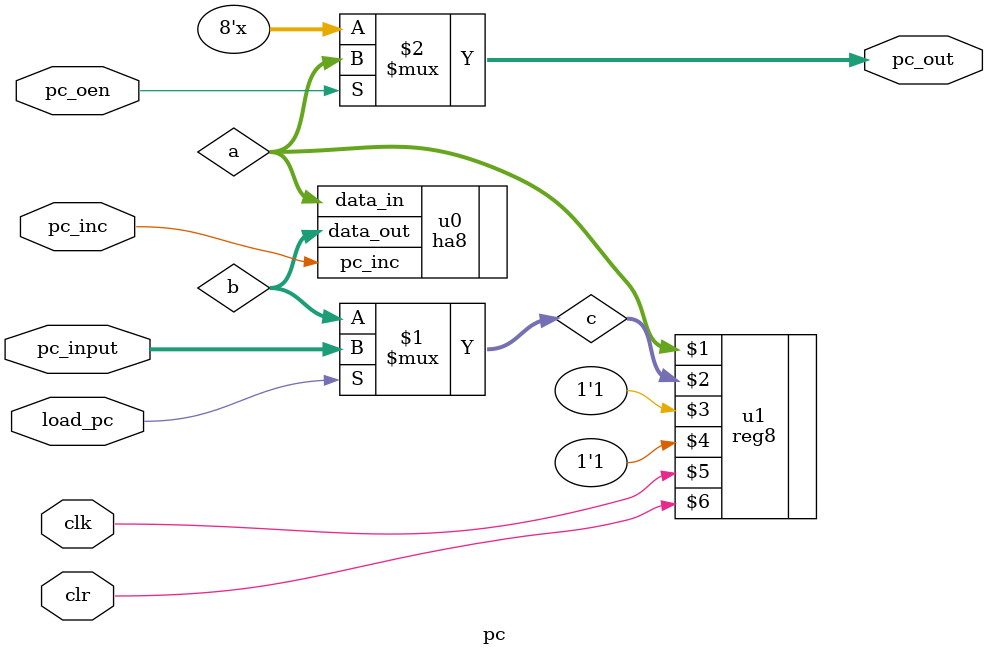
<source format=v>
module pc(clk, clr, pc_inc, load_pc, pc_oen, pc_input, pc_out);
    input clk, clr, pc_inc, load_pc, pc_oen;
    input [7:0] pc_input;
    output [7:0] pc_out;
    wire [7:0] a;
    wire [7:0] b;
    wire [7:0] c;
//ha8(data_in, data_out, pc_inc)
    ha8 u0(.data_in(a), .data_out(b), .pc_inc(pc_inc));
    assign c = (load_pc)?pc_input:b;
//reg8(data_out, data_in, inen, oen, clk, clr);
    reg8 u1(a,c,1'b1,1'b1,clk,clr);
    assign pc_out = (pc_oen)?a:8'bz;
endmodule
</source>
